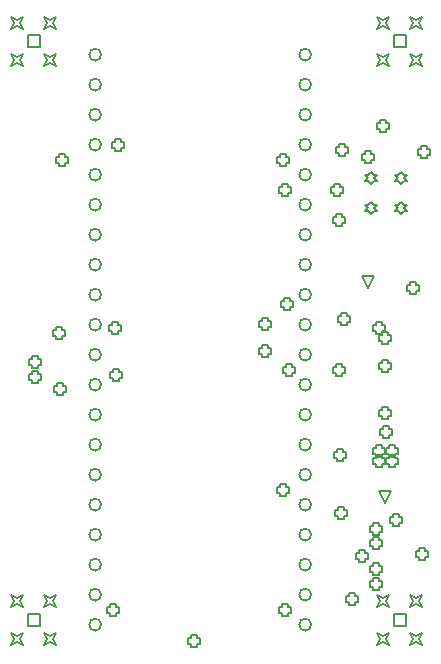
<source format=gbr>
%TF.GenerationSoftware,Altium Limited,Altium Designer,25.5.2 (35)*%
G04 Layer_Color=2752767*
%FSLAX45Y45*%
%MOMM*%
%TF.SameCoordinates,04C475F5-62FD-4A33-8D44-780EF8A6E366*%
%TF.FilePolarity,Positive*%
%TF.FileFunction,Drawing*%
%TF.Part,Single*%
G01*
G75*
%TA.AperFunction,NonConductor*%
%ADD55C,0.12700*%
%ADD56C,0.16933*%
D55*
X3127000Y3109200D02*
X3076200Y3210800D01*
X3177800D01*
X3127000Y3109200D01*
X3277000Y1289200D02*
X3226200Y1390800D01*
X3327800D01*
X3277000Y1289200D01*
X3349200Y5149200D02*
Y5250800D01*
X3450800D01*
Y5149200D01*
X3349200D01*
X249200Y249200D02*
Y350800D01*
X350800D01*
Y249200D01*
X249200D01*
Y5149200D02*
Y5250800D01*
X350800D01*
Y5149200D01*
X249200D01*
X3349200Y249200D02*
Y350800D01*
X3450800D01*
Y249200D01*
X3349200D01*
X3156000Y3739200D02*
X3181400Y3764600D01*
X3206800D01*
X3181400Y3790000D01*
X3206800Y3815400D01*
X3181400D01*
X3156000Y3840800D01*
X3130600Y3815400D01*
X3105200D01*
X3130600Y3790000D01*
X3105200Y3764600D01*
X3130600D01*
X3156000Y3739200D01*
Y3993200D02*
X3181400Y4018600D01*
X3206800D01*
X3181400Y4044000D01*
X3206800Y4069400D01*
X3181400D01*
X3156000Y4094800D01*
X3130600Y4069400D01*
X3105200D01*
X3130600Y4044000D01*
X3105200Y4018600D01*
X3130600D01*
X3156000Y3993200D01*
X3410000Y3739200D02*
X3435400Y3764600D01*
X3460800D01*
X3435400Y3790000D01*
X3460800Y3815400D01*
X3435400D01*
X3410000Y3840800D01*
X3384600Y3815400D01*
X3359200D01*
X3384600Y3790000D01*
X3359200Y3764600D01*
X3384600D01*
X3410000Y3739200D01*
Y3993200D02*
X3435400Y4018600D01*
X3460800D01*
X3435400Y4044000D01*
X3460800Y4069400D01*
X3435400D01*
X3410000Y4094800D01*
X3384600Y4069400D01*
X3359200D01*
X3384600Y4044000D01*
X3359200Y4018600D01*
X3384600D01*
X3410000Y3993200D01*
X3194600Y2744600D02*
Y2719200D01*
X3245400D01*
Y2744600D01*
X3270800D01*
Y2795400D01*
X3245400D01*
Y2820800D01*
X3194600D01*
Y2795400D01*
X3169200D01*
Y2744600D01*
X3194600D01*
X2234600Y2554600D02*
Y2529200D01*
X2285400D01*
Y2554600D01*
X2310800D01*
Y2605400D01*
X2285400D01*
Y2630800D01*
X2234600D01*
Y2605400D01*
X2209200D01*
Y2554600D01*
X2234600D01*
Y2784600D02*
Y2759200D01*
X2285400D01*
Y2784600D01*
X2310800D01*
Y2835400D01*
X2285400D01*
Y2860800D01*
X2234600D01*
Y2835400D01*
X2209200D01*
Y2784600D01*
X2234600D01*
X2420403Y2951278D02*
Y2925878D01*
X2471203D01*
Y2951278D01*
X2496603D01*
Y3002078D01*
X2471203D01*
Y3027478D01*
X2420403D01*
Y3002078D01*
X2395003D01*
Y2951278D01*
X2420403D01*
X3564600Y834600D02*
Y809200D01*
X3615400D01*
Y834600D01*
X3640800D01*
Y885400D01*
X3615400D01*
Y910800D01*
X3564600D01*
Y885400D01*
X3539200D01*
Y834600D01*
X3564600D01*
X494600Y2234600D02*
Y2209200D01*
X545400D01*
Y2234600D01*
X570800D01*
Y2285400D01*
X545400D01*
Y2310800D01*
X494600D01*
Y2285400D01*
X469200D01*
Y2234600D01*
X494600D01*
X484600Y2704600D02*
Y2679200D01*
X535400D01*
Y2704600D01*
X560800D01*
Y2755400D01*
X535400D01*
Y2780800D01*
X484600D01*
Y2755400D01*
X459200D01*
Y2704600D01*
X484600D01*
X964600Y2744600D02*
Y2719200D01*
X1015400D01*
Y2744600D01*
X1040800D01*
Y2795400D01*
X1015400D01*
Y2820800D01*
X964600D01*
Y2795400D01*
X939200D01*
Y2744600D01*
X964600D01*
X974600Y2354600D02*
Y2329200D01*
X1025400D01*
Y2354600D01*
X1050800D01*
Y2405400D01*
X1025400D01*
Y2430800D01*
X974600D01*
Y2405400D01*
X949200D01*
Y2354600D01*
X974600D01*
X514600Y4174600D02*
Y4149200D01*
X565400D01*
Y4174600D01*
X590800D01*
Y4225400D01*
X565400D01*
Y4250800D01*
X514600D01*
Y4225400D01*
X489200D01*
Y4174600D01*
X514600D01*
X2884600Y4254600D02*
Y4229200D01*
X2935400D01*
Y4254600D01*
X2960800D01*
Y4305400D01*
X2935400D01*
Y4330800D01*
X2884600D01*
Y4305400D01*
X2859200D01*
Y4254600D01*
X2884600D01*
X3104600Y4194600D02*
Y4169200D01*
X3155400D01*
Y4194600D01*
X3180800D01*
Y4245400D01*
X3155400D01*
Y4270800D01*
X3104600D01*
Y4245400D01*
X3079200D01*
Y4194600D01*
X3104600D01*
X2844600Y3914600D02*
Y3889200D01*
X2895400D01*
Y3914600D01*
X2920800D01*
Y3965400D01*
X2895400D01*
Y3990800D01*
X2844600D01*
Y3965400D01*
X2819200D01*
Y3914600D01*
X2844600D01*
X2854600Y3664600D02*
Y3639200D01*
X2905400D01*
Y3664600D01*
X2930800D01*
Y3715400D01*
X2905400D01*
Y3740800D01*
X2854600D01*
Y3715400D01*
X2829200D01*
Y3664600D01*
X2854600D01*
X2434600Y2394600D02*
Y2369200D01*
X2485400D01*
Y2394600D01*
X2510800D01*
Y2445400D01*
X2485400D01*
Y2470800D01*
X2434600D01*
Y2445400D01*
X2409200D01*
Y2394600D01*
X2434600D01*
X2854600D02*
Y2369200D01*
X2905400D01*
Y2394600D01*
X2930800D01*
Y2445400D01*
X2905400D01*
Y2470800D01*
X2854600D01*
Y2445400D01*
X2829200D01*
Y2394600D01*
X2854600D01*
X2864600Y1674600D02*
Y1649200D01*
X2915400D01*
Y1674600D01*
X2940800D01*
Y1725400D01*
X2915400D01*
Y1750800D01*
X2864600D01*
Y1725400D01*
X2839200D01*
Y1674600D01*
X2864600D01*
X2874600Y1184600D02*
Y1159200D01*
X2925400D01*
Y1184600D01*
X2950800D01*
Y1235400D01*
X2925400D01*
Y1260800D01*
X2874600D01*
Y1235400D01*
X2849200D01*
Y1184600D01*
X2874600D01*
X944600Y364600D02*
Y339200D01*
X995400D01*
Y364600D01*
X1020800D01*
Y415400D01*
X995400D01*
Y440800D01*
X944600D01*
Y415400D01*
X919200D01*
Y364600D01*
X944600D01*
X2404600D02*
Y339200D01*
X2455400D01*
Y364600D01*
X2480800D01*
Y415400D01*
X2455400D01*
Y440800D01*
X2404600D01*
Y415400D01*
X2379200D01*
Y364600D01*
X2404600D01*
X2964600Y454600D02*
Y429200D01*
X3015400D01*
Y454600D01*
X3040800D01*
Y505400D01*
X3015400D01*
Y530800D01*
X2964600D01*
Y505400D01*
X2939200D01*
Y454600D01*
X2964600D01*
X3054600Y814600D02*
Y789200D01*
X3105400D01*
Y814600D01*
X3130800D01*
Y865400D01*
X3105400D01*
Y890800D01*
X3054600D01*
Y865400D01*
X3029200D01*
Y814600D01*
X3054600D01*
X3254600Y1864600D02*
Y1839200D01*
X3305400D01*
Y1864600D01*
X3330800D01*
Y1915400D01*
X3305400D01*
Y1940800D01*
X3254600D01*
Y1915400D01*
X3229200D01*
Y1864600D01*
X3254600D01*
X3251600Y2024600D02*
Y1999200D01*
X3302400D01*
Y2024600D01*
X3327800D01*
Y2075400D01*
X3302400D01*
Y2100800D01*
X3251600D01*
Y2075400D01*
X3226200D01*
Y2024600D01*
X3251600D01*
Y2424600D02*
Y2399200D01*
X3302400D01*
Y2424600D01*
X3327800D01*
Y2475400D01*
X3302400D01*
Y2500800D01*
X3251600D01*
Y2475400D01*
X3226200D01*
Y2424600D01*
X3251600D01*
X3244600Y2664600D02*
Y2639200D01*
X3295400D01*
Y2664600D01*
X3320800D01*
Y2715400D01*
X3295400D01*
Y2740800D01*
X3244600D01*
Y2715400D01*
X3219200D01*
Y2664600D01*
X3244600D01*
X3484600Y3084600D02*
Y3059200D01*
X3535400D01*
Y3084600D01*
X3560800D01*
Y3135400D01*
X3535400D01*
Y3160800D01*
X3484600D01*
Y3135400D01*
X3459200D01*
Y3084600D01*
X3484600D01*
X3574600Y4234600D02*
Y4209200D01*
X3625400D01*
Y4234600D01*
X3650800D01*
Y4285400D01*
X3625400D01*
Y4310800D01*
X3574600D01*
Y4285400D01*
X3549200D01*
Y4234600D01*
X3574600D01*
X3234600Y4454600D02*
Y4429200D01*
X3285400D01*
Y4454600D01*
X3310800D01*
Y4505400D01*
X3285400D01*
Y4530800D01*
X3234600D01*
Y4505400D01*
X3209200D01*
Y4454600D01*
X3234600D01*
X1634600Y94600D02*
Y69200D01*
X1685400D01*
Y94600D01*
X1710800D01*
Y145400D01*
X1685400D01*
Y170800D01*
X1634600D01*
Y145400D01*
X1609200D01*
Y94600D01*
X1634600D01*
X2384600Y1374600D02*
Y1349200D01*
X2435400D01*
Y1374600D01*
X2460800D01*
Y1425400D01*
X2435400D01*
Y1450800D01*
X2384600D01*
Y1425400D01*
X2359200D01*
Y1374600D01*
X2384600D01*
X984600Y4294600D02*
Y4269200D01*
X1035400D01*
Y4294600D01*
X1060800D01*
Y4345400D01*
X1035400D01*
Y4370800D01*
X984600D01*
Y4345400D01*
X959200D01*
Y4294600D01*
X984600D01*
X2404600Y3914600D02*
Y3889200D01*
X2455400D01*
Y3914600D01*
X2480800D01*
Y3965400D01*
X2455400D01*
Y3990800D01*
X2404600D01*
Y3965400D01*
X2379200D01*
Y3914600D01*
X2404600D01*
X2384600Y4174600D02*
Y4149200D01*
X2435400D01*
Y4174600D01*
X2460800D01*
Y4225400D01*
X2435400D01*
Y4250800D01*
X2384600D01*
Y4225400D01*
X2359200D01*
Y4174600D01*
X2384600D01*
X284600Y2464600D02*
Y2439200D01*
X335400D01*
Y2464600D01*
X360800D01*
Y2515400D01*
X335400D01*
Y2540800D01*
X284600D01*
Y2515400D01*
X259200D01*
Y2464600D01*
X284600D01*
Y2334600D02*
Y2309200D01*
X335400D01*
Y2334600D01*
X360800D01*
Y2385400D01*
X335400D01*
Y2410800D01*
X284600D01*
Y2385400D01*
X259200D01*
Y2334600D01*
X284600D01*
X3344600Y1124600D02*
Y1099200D01*
X3395400D01*
Y1124600D01*
X3420800D01*
Y1175400D01*
X3395400D01*
Y1200800D01*
X3344600D01*
Y1175400D01*
X3319200D01*
Y1124600D01*
X3344600D01*
X3194600Y1624600D02*
Y1599200D01*
X3245400D01*
Y1624600D01*
X3270800D01*
Y1675400D01*
X3245400D01*
Y1700800D01*
X3194600D01*
Y1675400D01*
X3169200D01*
Y1624600D01*
X3194600D01*
Y1704600D02*
Y1679200D01*
X3245400D01*
Y1704600D01*
X3270800D01*
Y1755400D01*
X3245400D01*
Y1780800D01*
X3194600D01*
Y1755400D01*
X3169200D01*
Y1704600D01*
X3194600D01*
X3304600Y1624600D02*
Y1599200D01*
X3355400D01*
Y1624600D01*
X3380800D01*
Y1675400D01*
X3355400D01*
Y1700800D01*
X3304600D01*
Y1675400D01*
X3279200D01*
Y1624600D01*
X3304600D01*
X3174600Y1044600D02*
Y1019200D01*
X3225400D01*
Y1044600D01*
X3250800D01*
Y1095400D01*
X3225400D01*
Y1120800D01*
X3174600D01*
Y1095400D01*
X3149200D01*
Y1044600D01*
X3174600D01*
Y924600D02*
Y899200D01*
X3225400D01*
Y924600D01*
X3250800D01*
Y975400D01*
X3225400D01*
Y1000800D01*
X3174600D01*
Y975400D01*
X3149200D01*
Y924600D01*
X3174600D01*
X3304691Y1704571D02*
Y1679171D01*
X3355491D01*
Y1704571D01*
X3380891D01*
Y1755371D01*
X3355491D01*
Y1780771D01*
X3304691D01*
Y1755371D01*
X3279291D01*
Y1704571D01*
X3304691D01*
X3174600Y704600D02*
Y679200D01*
X3225400D01*
Y704600D01*
X3250800D01*
Y755400D01*
X3225400D01*
Y780800D01*
X3174600D01*
Y755400D01*
X3149200D01*
Y704600D01*
X3174600D01*
Y584600D02*
Y559200D01*
X3225400D01*
Y584600D01*
X3250800D01*
Y635400D01*
X3225400D01*
Y660800D01*
X3174600D01*
Y635400D01*
X3149200D01*
Y584600D01*
X3174600D01*
X2904600Y2824600D02*
Y2799200D01*
X2955400D01*
Y2824600D01*
X2980800D01*
Y2875400D01*
X2955400D01*
Y2900800D01*
X2904600D01*
Y2875400D01*
X2879200D01*
Y2824600D01*
X2904600D01*
X3209200Y4989200D02*
X3234600Y5040000D01*
X3209200Y5090800D01*
X3260000Y5065400D01*
X3310800Y5090800D01*
X3285400Y5040000D01*
X3310800Y4989200D01*
X3260000Y5014600D01*
X3209200Y4989200D01*
X3489200D02*
X3514600Y5040000D01*
X3489200Y5090800D01*
X3540000Y5065400D01*
X3590800Y5090800D01*
X3565400Y5040000D01*
X3590800Y4989200D01*
X3540000Y5014600D01*
X3489200Y4989200D01*
Y5309200D02*
X3514600Y5360000D01*
X3489200Y5410800D01*
X3540000Y5385400D01*
X3590800Y5410800D01*
X3565400Y5360000D01*
X3590800Y5309200D01*
X3540000Y5334600D01*
X3489200Y5309200D01*
X3209200D02*
X3234600Y5360000D01*
X3209200Y5410800D01*
X3260000Y5385400D01*
X3310800Y5410800D01*
X3285400Y5360000D01*
X3310800Y5309200D01*
X3260000Y5334600D01*
X3209200Y5309200D01*
X109200Y89200D02*
X134600Y140000D01*
X109200Y190800D01*
X160000Y165400D01*
X210800Y190800D01*
X185400Y140000D01*
X210800Y89200D01*
X160000Y114600D01*
X109200Y89200D01*
X389200D02*
X414600Y140000D01*
X389200Y190800D01*
X440000Y165400D01*
X490800Y190800D01*
X465400Y140000D01*
X490800Y89200D01*
X440000Y114600D01*
X389200Y89200D01*
Y409200D02*
X414600Y460000D01*
X389200Y510800D01*
X440000Y485400D01*
X490800Y510800D01*
X465400Y460000D01*
X490800Y409200D01*
X440000Y434600D01*
X389200Y409200D01*
X109200D02*
X134600Y460000D01*
X109200Y510800D01*
X160000Y485400D01*
X210800Y510800D01*
X185400Y460000D01*
X210800Y409200D01*
X160000Y434600D01*
X109200Y409200D01*
Y4989200D02*
X134600Y5040000D01*
X109200Y5090800D01*
X160000Y5065400D01*
X210800Y5090800D01*
X185400Y5040000D01*
X210800Y4989200D01*
X160000Y5014600D01*
X109200Y4989200D01*
X389200D02*
X414600Y5040000D01*
X389200Y5090800D01*
X440000Y5065400D01*
X490800Y5090800D01*
X465400Y5040000D01*
X490800Y4989200D01*
X440000Y5014600D01*
X389200Y4989200D01*
Y5309200D02*
X414600Y5360000D01*
X389200Y5410800D01*
X440000Y5385400D01*
X490800Y5410800D01*
X465400Y5360000D01*
X490800Y5309200D01*
X440000Y5334600D01*
X389200Y5309200D01*
X109200D02*
X134600Y5360000D01*
X109200Y5410800D01*
X160000Y5385400D01*
X210800Y5410800D01*
X185400Y5360000D01*
X210800Y5309200D01*
X160000Y5334600D01*
X109200Y5309200D01*
X3209200Y89200D02*
X3234600Y140000D01*
X3209200Y190800D01*
X3260000Y165400D01*
X3310800Y190800D01*
X3285400Y140000D01*
X3310800Y89200D01*
X3260000Y114600D01*
X3209200Y89200D01*
X3489200D02*
X3514600Y140000D01*
X3489200Y190800D01*
X3540000Y165400D01*
X3590800Y190800D01*
X3565400Y140000D01*
X3590800Y89200D01*
X3540000Y114600D01*
X3489200Y89200D01*
Y409200D02*
X3514600Y460000D01*
X3489200Y510800D01*
X3540000Y485400D01*
X3590800Y510800D01*
X3565400Y460000D01*
X3590800Y409200D01*
X3540000Y434600D01*
X3489200Y409200D01*
X3209200D02*
X3234600Y460000D01*
X3209200Y510800D01*
X3260000Y485400D01*
X3310800Y510800D01*
X3285400Y460000D01*
X3310800Y409200D01*
X3260000Y434600D01*
X3209200Y409200D01*
D56*
X870800Y5088000D02*
G03*
X870800Y5088000I-50800J0D01*
G01*
X2648800Y262000D02*
G03*
X2648800Y262000I-50800J0D01*
G01*
Y516000D02*
G03*
X2648800Y516000I-50800J0D01*
G01*
Y770000D02*
G03*
X2648800Y770000I-50800J0D01*
G01*
Y1024000D02*
G03*
X2648800Y1024000I-50800J0D01*
G01*
Y1278000D02*
G03*
X2648800Y1278000I-50800J0D01*
G01*
Y1532000D02*
G03*
X2648800Y1532000I-50800J0D01*
G01*
Y1786000D02*
G03*
X2648800Y1786000I-50800J0D01*
G01*
Y2040000D02*
G03*
X2648800Y2040000I-50800J0D01*
G01*
Y2294000D02*
G03*
X2648800Y2294000I-50800J0D01*
G01*
Y2548000D02*
G03*
X2648800Y2548000I-50800J0D01*
G01*
Y2802000D02*
G03*
X2648800Y2802000I-50800J0D01*
G01*
Y3056000D02*
G03*
X2648800Y3056000I-50800J0D01*
G01*
Y3310000D02*
G03*
X2648800Y3310000I-50800J0D01*
G01*
Y3564000D02*
G03*
X2648800Y3564000I-50800J0D01*
G01*
Y3818000D02*
G03*
X2648800Y3818000I-50800J0D01*
G01*
Y4072000D02*
G03*
X2648800Y4072000I-50800J0D01*
G01*
Y4326000D02*
G03*
X2648800Y4326000I-50800J0D01*
G01*
Y4580000D02*
G03*
X2648800Y4580000I-50800J0D01*
G01*
Y4834000D02*
G03*
X2648800Y4834000I-50800J0D01*
G01*
Y5088000D02*
G03*
X2648800Y5088000I-50800J0D01*
G01*
X870800Y262000D02*
G03*
X870800Y262000I-50800J0D01*
G01*
Y516000D02*
G03*
X870800Y516000I-50800J0D01*
G01*
Y770000D02*
G03*
X870800Y770000I-50800J0D01*
G01*
Y1024000D02*
G03*
X870800Y1024000I-50800J0D01*
G01*
Y1278000D02*
G03*
X870800Y1278000I-50800J0D01*
G01*
Y1532000D02*
G03*
X870800Y1532000I-50800J0D01*
G01*
Y1786000D02*
G03*
X870800Y1786000I-50800J0D01*
G01*
Y2040000D02*
G03*
X870800Y2040000I-50800J0D01*
G01*
Y2294000D02*
G03*
X870800Y2294000I-50800J0D01*
G01*
Y2548000D02*
G03*
X870800Y2548000I-50800J0D01*
G01*
Y2802000D02*
G03*
X870800Y2802000I-50800J0D01*
G01*
Y3056000D02*
G03*
X870800Y3056000I-50800J0D01*
G01*
Y3310000D02*
G03*
X870800Y3310000I-50800J0D01*
G01*
Y3564000D02*
G03*
X870800Y3564000I-50800J0D01*
G01*
Y3818000D02*
G03*
X870800Y3818000I-50800J0D01*
G01*
Y4072000D02*
G03*
X870800Y4072000I-50800J0D01*
G01*
Y4326000D02*
G03*
X870800Y4326000I-50800J0D01*
G01*
Y4580000D02*
G03*
X870800Y4580000I-50800J0D01*
G01*
Y4834000D02*
G03*
X870800Y4834000I-50800J0D01*
G01*
%TF.MD5,fcbf78035e66e3446dbef314379c318d*%
M02*

</source>
